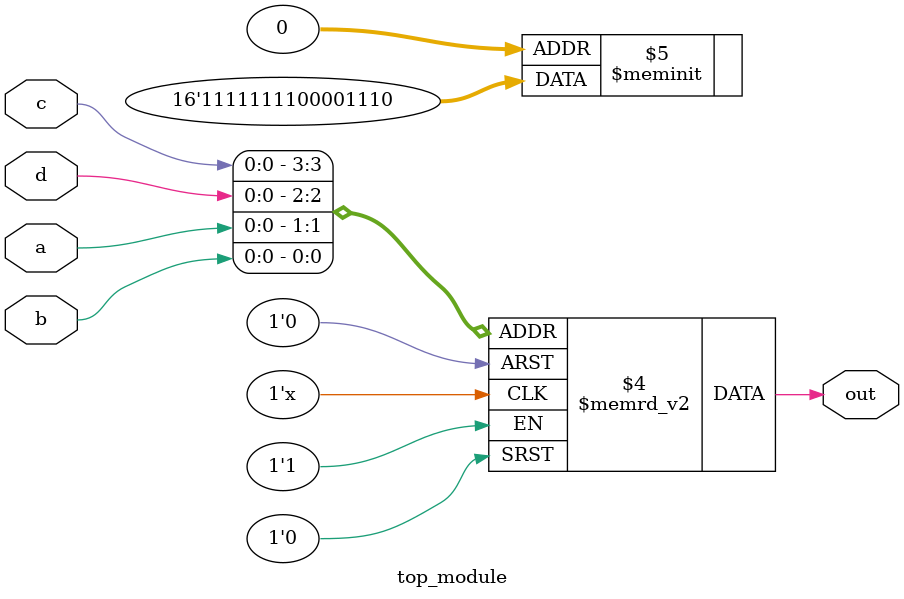
<source format=sv>
module top_module (
	input a, 
	input b,
	input c,
	input d,
	output reg out
);

always @(*) begin
    case ({c,d,a,b})
        4'b0000: out = 1'b0; // cd = 00, ab = 00
        4'b0001: out = 1'b1; // cd = 00, ab = 01
        4'b0010: out = 1'b1; // cd = 00, ab = 10
        4'b0011: out = 1'b1; // cd = 00, ab = 11
        4'b0100: out = 1'b0; // cd = 01, ab = 00
        4'b0101: out = 1'b0; // cd = 01, ab = 01
        4'b1000: out = 1'b1; // cd = 10, ab = 00
        4'b1001: out = 1'b1; // cd = 10, ab = 01
        4'b1010: out = 1'b1; // cd = 10, ab = 10
        4'b1011: out = 1'b1; // cd = 10, ab = 11
        4'b1100: out = 1'b1; // cd = 11, ab = 00
        4'b1101: out = 1'b1; // cd = 11, ab = 01
        4'b1110: out = 1'b1; // cd = 11, ab = 10
        4'b1111: out = 1'b1; // cd = 11, ab = 11
        default: out = 1'b0; // Handle don't-care and invalid cases
    endcase
end

endmodule

</source>
